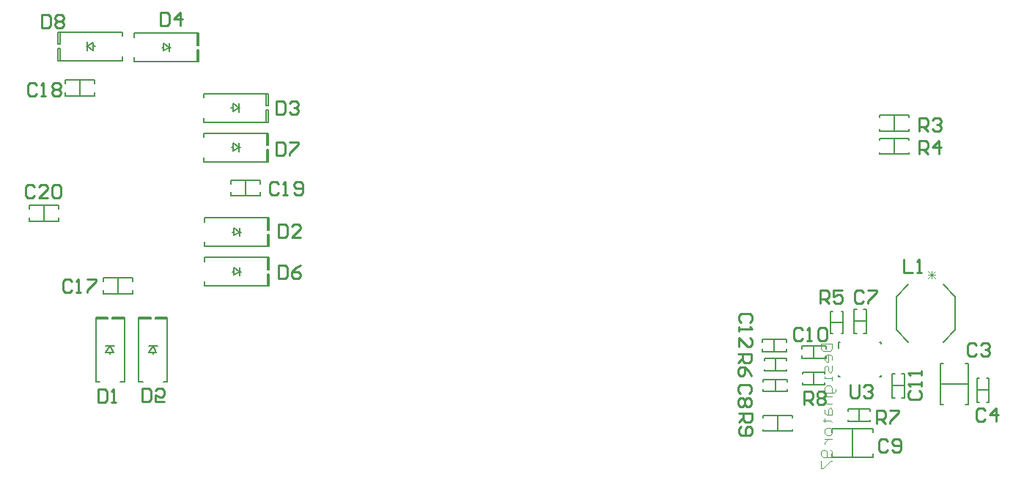
<source format=gbo>
G04*
G04 #@! TF.GenerationSoftware,Altium Limited,Altium Designer,20.2.5 (213)*
G04*
G04 Layer_Color=32896*
%FSAX44Y44*%
%MOMM*%
G71*
G04*
G04 #@! TF.SameCoordinates,DEE1CB44-B07E-4D6A-B40A-D2815B2109DB*
G04*
G04*
G04 #@! TF.FilePolarity,Positive*
G04*
G01*
G75*
%ADD10C,0.1524*%
%ADD11C,0.2000*%
%ADD12C,0.1500*%
%ADD13C,0.0762*%
%ADD14C,0.2540*%
D10*
X01417840Y00464790D02*
X01431283Y00479473D01*
X01471937D02*
X01485380Y00464790D01*
Y00426750D02*
Y00464790D01*
X01471937Y00412066D02*
X01485380Y00426750D01*
X01417840D02*
X01431283Y00412066D01*
X01417840Y00426750D02*
Y00464790D01*
D11*
X01398308Y00412182D02*
X01400158D01*
Y00410332D02*
Y00412182D01*
X01398308Y00372680D02*
X01400158D01*
Y00374530D01*
X01350660Y00372680D02*
Y00374530D01*
Y00372680D02*
X01352510D01*
X01350660Y00412180D02*
X01352510D01*
X01350660Y00405330D02*
Y00412180D01*
X00537210Y00736600D02*
X00611540D01*
X00537210D02*
Y00741360D01*
X00611540Y00736600D02*
Y00750570D01*
X00537210Y00764860D02*
Y00769620D01*
X00609600Y00750570D02*
X00611540D01*
X00609600Y00736600D02*
Y00750570D01*
Y00755650D02*
Y00769620D01*
Y00755650D02*
X00611540D01*
X00537210Y00769620D02*
X00611540D01*
Y00755650D02*
Y00769620D01*
X00578040Y00748110D02*
Y00758110D01*
X00571040Y00749110D02*
X00578040Y00753110D01*
X00571040Y00758110D02*
X00578040Y00753110D01*
X00571040Y00749110D02*
Y00758110D01*
X00578040Y00753110D02*
X00579040D01*
X00569040D02*
X00571040D01*
X00489730Y00754380D02*
X00491730D01*
X00481730D02*
X00482730D01*
X00489730Y00749380D02*
Y00758380D01*
X00482730Y00754380D02*
X00489730Y00749380D01*
X00482730Y00754380D02*
X00489730Y00758380D01*
X00482730Y00749380D02*
Y00759380D01*
X00449230Y00737870D02*
Y00751840D01*
Y00737870D02*
X00523560D01*
X00449230Y00751840D02*
X00451170D01*
Y00737870D02*
Y00751840D01*
Y00756920D02*
Y00770890D01*
X00449230Y00756920D02*
X00451170D01*
X00523560Y00737870D02*
Y00742630D01*
X00449230Y00756920D02*
Y00770890D01*
X00523560Y00766130D02*
Y00770890D01*
X00449230D02*
X00523560D01*
X00649370Y00637540D02*
X00651370D01*
X00658370D02*
X00659370D01*
X00651370Y00633540D02*
Y00642540D01*
X00658370Y00637540D01*
X00651370Y00633540D02*
X00658370Y00637540D01*
Y00632540D02*
Y00642540D01*
X00691870Y00640080D02*
Y00654050D01*
X00617540D02*
X00691870D01*
X00689930Y00640080D02*
X00691870D01*
X00689930D02*
Y00654050D01*
Y00621030D02*
Y00635000D01*
X00691870D01*
X00617540Y00649290D02*
Y00654050D01*
X00691870Y00621030D02*
Y00635000D01*
X00617540Y00621030D02*
Y00625790D01*
Y00621030D02*
X00691870D01*
X00650320Y00494030D02*
X00652320D01*
X00659320D02*
X00660320D01*
X00652320Y00490030D02*
Y00499030D01*
X00659320Y00494030D01*
X00652320Y00490030D02*
X00659320Y00494030D01*
Y00489030D02*
Y00499030D01*
X00692820Y00496570D02*
Y00510540D01*
X00618490D02*
X00692820D01*
X00690880Y00496570D02*
X00692820D01*
X00690880D02*
Y00510540D01*
Y00477520D02*
Y00491490D01*
X00692820D01*
X00618490Y00505780D02*
Y00510540D01*
X00692820Y00477520D02*
Y00491490D01*
X00618490Y00477520D02*
Y00482280D01*
Y00477520D02*
X00692820D01*
X00558800Y00398860D02*
Y00400860D01*
Y00407860D02*
Y00408860D01*
X00553800Y00400860D02*
X00562800D01*
X00553800D02*
X00558800Y00407860D01*
X00562800Y00400860D01*
X00553800Y00407860D02*
X00563800D01*
X00542290Y00441360D02*
X00556260D01*
X00542290Y00367030D02*
Y00441360D01*
X00556260Y00439420D02*
Y00441360D01*
X00542290Y00439420D02*
X00556260D01*
X00561340D02*
X00575310D01*
X00561340D02*
Y00441360D01*
X00542290Y00367030D02*
X00547050D01*
X00561340Y00441360D02*
X00575310D01*
X00570550Y00367030D02*
X00575310D01*
Y00441360D01*
X00649050Y00683260D02*
X00651050D01*
X00658050D02*
X00659050D01*
X00651050Y00679260D02*
Y00688260D01*
X00658050Y00683260D01*
X00651050Y00679260D02*
X00658050Y00683260D01*
Y00678260D02*
Y00688260D01*
X00691550Y00685800D02*
Y00699770D01*
X00617220D02*
X00691550D01*
X00689610Y00685800D02*
X00691550D01*
X00689610D02*
Y00699770D01*
Y00666750D02*
Y00680720D01*
X00691550D01*
X00617220Y00695010D02*
Y00699770D01*
X00691550Y00666750D02*
Y00680720D01*
X00617220Y00666750D02*
Y00671510D01*
Y00666750D02*
X00691550D01*
X00650320Y00539750D02*
X00652320D01*
X00659320D02*
X00660320D01*
X00652320Y00535750D02*
Y00544750D01*
X00659320Y00539750D01*
X00652320Y00535750D02*
X00659320Y00539750D01*
Y00534750D02*
Y00544750D01*
X00692820Y00542290D02*
Y00556260D01*
X00618490D02*
X00692820D01*
X00690880Y00542290D02*
X00692820D01*
X00690880D02*
Y00556260D01*
Y00523240D02*
Y00537210D01*
X00692820D01*
X00618490Y00551500D02*
Y00556260D01*
X00692820Y00523240D02*
Y00537210D01*
X00618490Y00523240D02*
Y00528000D01*
Y00523240D02*
X00692820D01*
X00509270Y00398860D02*
Y00400860D01*
Y00407860D02*
Y00408860D01*
X00504270Y00400860D02*
X00513270D01*
X00504270D02*
X00509270Y00407860D01*
X00513270Y00400860D01*
X00504270Y00407860D02*
X00514270D01*
X00492760Y00441360D02*
X00506730D01*
X00492760Y00367030D02*
Y00441360D01*
X00506730Y00439420D02*
Y00441360D01*
X00492760Y00439420D02*
X00506730D01*
X00511810D02*
X00525780D01*
X00511810D02*
Y00441360D01*
X00492760Y00367030D02*
X00497520D01*
X00511810Y00441360D02*
X00525780D01*
X00521020Y00367030D02*
X00525780D01*
Y00441360D01*
D12*
X01341740Y00435454D02*
X01355740D01*
X01353820Y00422754D02*
X01355740D01*
Y00448154D01*
X01353820D02*
X01355740D01*
X01341740D02*
X01343660D01*
X01341740Y00422754D02*
Y00448154D01*
Y00422754D02*
X01343660D01*
X01264920Y00391650D02*
Y00393570D01*
X01290320D01*
Y00391650D02*
Y00393570D01*
Y00379570D02*
Y00381490D01*
X01264920Y00379570D02*
X01290320D01*
X01264920D02*
Y00381490D01*
X01277620Y00379570D02*
Y00393570D01*
X01276350Y00401784D02*
Y00415784D01*
X01290350Y00412784D02*
Y00415784D01*
X01262350D02*
X01290350D01*
X01262350Y00412784D02*
Y00415784D01*
Y00401784D02*
Y00404784D01*
Y00401784D02*
X01290350D01*
Y00404784D01*
X01309370Y00375764D02*
Y00377684D01*
X01334770D01*
Y00375764D02*
Y00377684D01*
Y00363684D02*
Y00365604D01*
X01309370Y00363684D02*
X01334770D01*
X01309370D02*
Y00365604D01*
X01322070Y00363684D02*
Y00377684D01*
X01361440Y00333230D02*
Y00335150D01*
X01386840D01*
Y00333230D02*
Y00335150D01*
Y00321150D02*
Y00323070D01*
X01361440Y00321150D02*
X01386840D01*
X01361440D02*
Y00323070D01*
X01374140Y00321150D02*
Y00335150D01*
X01280300Y00309614D02*
Y00327614D01*
X01263300Y00309614D02*
Y00311614D01*
Y00309614D02*
X01297300D01*
Y00311614D01*
X01263300Y00325614D02*
Y00327614D01*
X01297300D01*
Y00325614D02*
Y00327614D01*
X01277620Y00355440D02*
Y00369440D01*
X01263620Y00355440D02*
Y00358440D01*
Y00355440D02*
X01291620D01*
Y00358440D01*
Y00366440D02*
Y00369440D01*
X01263620D02*
X01291620D01*
X01263620Y00366440D02*
Y00369440D01*
X01322070Y00394164D02*
Y00408164D01*
X01308070Y00394164D02*
Y00397164D01*
Y00394164D02*
X01336070D01*
Y00397164D01*
Y00405164D02*
Y00408164D01*
X01308070D02*
X01336070D01*
X01308070Y00405164D02*
Y00408164D01*
X01366520Y00279660D02*
Y00312160D01*
X01342770Y00308410D02*
Y00312160D01*
X01390270D01*
Y00308410D02*
Y00312160D01*
Y00279660D02*
Y00283410D01*
X01342770Y00279660D02*
X01390270D01*
X01342770D02*
Y00283410D01*
X01368410Y00436724D02*
X01382410D01*
X01368410Y00450724D02*
X01371410D01*
X01368410Y00422724D02*
Y00450724D01*
Y00422724D02*
X01371410D01*
X01379410D02*
X01382410D01*
Y00450724D01*
X01379410D02*
X01382410D01*
X01412860Y00362350D02*
X01426860D01*
X01423860Y00348350D02*
X01426860D01*
Y00376350D01*
X01423860D02*
X01426860D01*
X01412860D02*
X01415860D01*
X01412860Y00348350D02*
Y00376350D01*
Y00348350D02*
X01415860D01*
X01510253Y00357270D02*
X01524253D01*
X01510253Y00371270D02*
X01513253D01*
X01510253Y00343270D02*
Y00371270D01*
Y00343270D02*
X01513253D01*
X01521253D02*
X01524253D01*
Y00371270D01*
X01521253D02*
X01524253D01*
X01468380Y00364460D02*
X01500880D01*
X01497130Y00388210D02*
X01500880D01*
Y00340710D02*
Y00388210D01*
X01497130Y00340710D02*
X01500880D01*
X01468380D02*
X01472130D01*
X01468380D02*
Y00388210D01*
X01472130D01*
X01397780Y00656480D02*
Y00658480D01*
Y00656480D02*
X01431780D01*
Y00658480D01*
X01397780Y00672480D02*
Y00674480D01*
X01431780D01*
Y00672480D02*
Y00674480D01*
X01414780Y00656480D02*
Y00674480D01*
X01397780Y00629810D02*
Y00631810D01*
Y00629810D02*
X01431780D01*
Y00631810D01*
X01397780Y00645810D02*
Y00647810D01*
X01431780D01*
Y00645810D02*
Y00647810D01*
X01414780Y00629810D02*
Y00647810D01*
X00433070Y00552340D02*
Y00570340D01*
X00416070Y00566340D02*
Y00570340D01*
X00450070D01*
Y00566340D02*
Y00570340D01*
Y00552340D02*
Y00556340D01*
X00416070Y00552340D02*
X00450070D01*
X00416070D02*
Y00556340D01*
X00665860Y00581550D02*
Y00599550D01*
X00682860Y00581550D02*
Y00585550D01*
X00648860Y00581550D02*
X00682860D01*
X00648860D02*
Y00585550D01*
Y00595550D02*
Y00599550D01*
X00682860D01*
Y00595550D02*
Y00599550D01*
X00474600Y00697120D02*
Y00715120D01*
X00491600Y00697120D02*
Y00701120D01*
X00457600Y00697120D02*
X00491600D01*
X00457600D02*
Y00701120D01*
Y00711120D02*
Y00715120D01*
X00491600D01*
Y00711120D02*
Y00715120D01*
X00518160Y00468520D02*
Y00486520D01*
X00501160Y00482520D02*
Y00486520D01*
X00535160D01*
Y00482520D02*
Y00486520D01*
Y00468520D02*
Y00472520D01*
X00501160Y00468520D02*
X00535160D01*
X00501160D02*
Y00472520D01*
D13*
X01330709Y00410719D02*
X01343405D01*
Y00404371D01*
X01341289Y00402255D01*
X01332825D01*
X01330709Y00404371D01*
Y00410719D01*
X01343405Y00391675D02*
Y00395907D01*
X01341289Y00398023D01*
X01337057D01*
X01334941Y00395907D01*
Y00391675D01*
X01337057Y00389559D01*
X01339173D01*
Y00398023D01*
X01343405Y00385327D02*
Y00378979D01*
X01341289Y00376863D01*
X01339173Y00378979D01*
Y00383211D01*
X01337057Y00385327D01*
X01334941Y00383211D01*
Y00376863D01*
X01343405Y00372631D02*
Y00368399D01*
Y00370515D01*
X01334941D01*
Y00372631D01*
X01347637Y00357819D02*
Y00355703D01*
X01345521Y00353587D01*
X01334941D01*
Y00359935D01*
X01337057Y00362051D01*
X01341289D01*
X01343405Y00359935D01*
Y00353587D01*
Y00349355D02*
X01334941D01*
Y00343007D01*
X01337057Y00340891D01*
X01343405D01*
X01334941Y00334543D02*
Y00330312D01*
X01337057Y00328195D01*
X01343405D01*
Y00334543D01*
X01341289Y00336660D01*
X01339173Y00334543D01*
Y00328195D01*
X01332825Y00321848D02*
X01334941D01*
Y00323964D01*
Y00319732D01*
Y00321848D01*
X01341289D01*
X01343405Y00319732D01*
Y00311268D02*
Y00307036D01*
X01341289Y00304920D01*
X01337057D01*
X01334941Y00307036D01*
Y00311268D01*
X01337057Y00313384D01*
X01341289D01*
X01343405Y00311268D01*
X01334941Y00300688D02*
X01343405D01*
X01339173D01*
X01337057Y00298572D01*
X01334941Y00296456D01*
Y00294340D01*
X01341289Y00287992D02*
X01343405Y00285876D01*
Y00281644D01*
X01341289Y00279528D01*
X01332825D01*
X01330709Y00281644D01*
Y00285876D01*
X01332825Y00287992D01*
X01334941D01*
X01337057Y00285876D01*
Y00279528D01*
X01330709Y00275296D02*
Y00266832D01*
X01332825D01*
X01341289Y00275296D01*
X01343405D01*
X01453730Y00494605D02*
X01462194Y00486141D01*
Y00494605D02*
X01453730Y00486141D01*
X01457962Y00494605D02*
Y00486141D01*
X01462194Y00490373D02*
X01453730D01*
D14*
X01363984Y00363218D02*
Y00350522D01*
X01366523Y00347982D01*
X01371602D01*
X01374141Y00350522D01*
Y00363218D01*
X01379219Y00360678D02*
X01381758Y00363218D01*
X01386837D01*
X01389376Y00360678D01*
Y00358139D01*
X01386837Y00355600D01*
X01384297D01*
X01386837D01*
X01389376Y00353061D01*
Y00350522D01*
X01386837Y00347982D01*
X01381758D01*
X01379219Y00350522D01*
X00430534Y00775972D02*
Y00791208D01*
X00438152D01*
X00440691Y00788668D01*
Y00778512D01*
X00438152Y00775972D01*
X00430534D01*
X00445769Y00778512D02*
X00448308Y00775972D01*
X00453387D01*
X00455926Y00778512D01*
Y00781051D01*
X00453387Y00783590D01*
X00455926Y00786129D01*
Y00788668D01*
X00453387Y00791208D01*
X00448308D01*
X00445769Y00788668D01*
Y00786129D01*
X00448308Y00783590D01*
X00445769Y00781051D01*
Y00778512D01*
X00448308Y00783590D02*
X00453387D01*
X00701044Y00643887D02*
Y00628652D01*
X00708662D01*
X00711201Y00631192D01*
Y00641348D01*
X00708662Y00643887D01*
X00701044D01*
X00716279D02*
X00726436D01*
Y00641348D01*
X00716279Y00631192D01*
Y00628652D01*
X00703584Y00501647D02*
Y00486413D01*
X00711202D01*
X00713741Y00488952D01*
Y00499108D01*
X00711202Y00501647D01*
X00703584D01*
X00728976D02*
X00723897Y00499108D01*
X00718819Y00494030D01*
Y00488952D01*
X00721358Y00486413D01*
X00726437D01*
X00728976Y00488952D01*
Y00491491D01*
X00726437Y00494030D01*
X00718819D01*
X00546104Y00344172D02*
Y00359408D01*
X00553722D01*
X00556261Y00356868D01*
Y00346712D01*
X00553722Y00344172D01*
X00546104D01*
X00571496D02*
X00561339D01*
Y00351790D01*
X00566418Y00349251D01*
X00568957D01*
X00571496Y00351790D01*
Y00356868D01*
X00568957Y00359408D01*
X00563878D01*
X00561339Y00356868D01*
X00567694Y00793747D02*
Y00778512D01*
X00575312D01*
X00577851Y00781052D01*
Y00791208D01*
X00575312Y00793747D01*
X00567694D01*
X00590547Y00778512D02*
Y00793747D01*
X00582929Y00786130D01*
X00593086D01*
X00701044Y00675642D02*
Y00690878D01*
X00708662D01*
X00711201Y00688338D01*
Y00678182D01*
X00708662Y00675642D01*
X00701044D01*
X00716279Y00678182D02*
X00718818Y00675642D01*
X00723897D01*
X00726436Y00678182D01*
Y00680721D01*
X00723897Y00683260D01*
X00721357D01*
X00723897D01*
X00726436Y00685799D01*
Y00688338D01*
X00723897Y00690878D01*
X00718818D01*
X00716279Y00688338D01*
X00703584Y00548638D02*
Y00533402D01*
X00711202D01*
X00713741Y00535942D01*
Y00546098D01*
X00711202Y00548638D01*
X00703584D01*
X00728976Y00533402D02*
X00718819D01*
X00728976Y00543559D01*
Y00546098D01*
X00726437Y00548638D01*
X00721358D01*
X00718819Y00546098D01*
X00495303Y00358138D02*
Y00342902D01*
X00502921D01*
X00505460Y00345442D01*
Y00355598D01*
X00502921Y00358138D01*
X00495303D01*
X00510538Y00342902D02*
X00515617D01*
X00513078D01*
Y00358138D01*
X00510538Y00355598D01*
X01235713Y00330196D02*
X01250948D01*
Y00322578D01*
X01248408Y00320039D01*
X01243330D01*
X01240791Y00322578D01*
Y00330196D01*
Y00325117D02*
X01235713Y00320039D01*
X01238252Y00314961D02*
X01235713Y00312422D01*
Y00307343D01*
X01238252Y00304804D01*
X01248408D01*
X01250948Y00307343D01*
Y00312422D01*
X01248408Y00314961D01*
X01245869D01*
X01243330Y00312422D01*
Y00304804D01*
X01310424Y00340061D02*
Y00355296D01*
X01318042D01*
X01320581Y00352757D01*
Y00347678D01*
X01318042Y00345139D01*
X01310424D01*
X01315502D02*
X01320581Y00340061D01*
X01325659Y00352757D02*
X01328198Y00355296D01*
X01333277D01*
X01335816Y00352757D01*
Y00350218D01*
X01333277Y00347678D01*
X01335816Y00345139D01*
Y00342600D01*
X01333277Y00340061D01*
X01328198D01*
X01325659Y00342600D01*
Y00345139D01*
X01328198Y00347678D01*
X01325659Y00350218D01*
Y00352757D01*
X01328198Y00347678D02*
X01333277D01*
X01394464Y00318773D02*
Y00334007D01*
X01402082D01*
X01404621Y00331468D01*
Y00326390D01*
X01402082Y00323851D01*
X01394464D01*
X01399543D02*
X01404621Y00318773D01*
X01409699Y00334007D02*
X01419856D01*
Y00331468D01*
X01409699Y00321312D01*
Y00318773D01*
X01234443Y00398776D02*
X01249678D01*
Y00391158D01*
X01247138Y00388619D01*
X01242060D01*
X01239521Y00391158D01*
Y00398776D01*
Y00393698D02*
X01234443Y00388619D01*
X01249678Y00373384D02*
X01247138Y00378462D01*
X01242060Y00383541D01*
X01236982D01*
X01234443Y00381002D01*
Y00375923D01*
X01236982Y00373384D01*
X01239521D01*
X01242060Y00375923D01*
Y00383541D01*
X01329694Y00457202D02*
Y00472438D01*
X01337312D01*
X01339851Y00469898D01*
Y00464820D01*
X01337312Y00462281D01*
X01329694D01*
X01334772D02*
X01339851Y00457202D01*
X01355086Y00472438D02*
X01344929D01*
Y00464820D01*
X01350007Y00467359D01*
X01352547D01*
X01355086Y00464820D01*
Y00459742D01*
X01352547Y00457202D01*
X01347468D01*
X01344929Y00459742D01*
X01444134Y00629922D02*
Y00645157D01*
X01451752D01*
X01454291Y00642618D01*
Y00637540D01*
X01451752Y00635001D01*
X01444134D01*
X01449212D02*
X01454291Y00629922D01*
X01466987D02*
Y00645157D01*
X01459369Y00637540D01*
X01469526D01*
X01443994Y00656592D02*
Y00671827D01*
X01451612D01*
X01454151Y00669288D01*
Y00664210D01*
X01451612Y00661671D01*
X01443994D01*
X01449073D02*
X01454151Y00656592D01*
X01459229Y00669288D02*
X01461768Y00671827D01*
X01466847D01*
X01469386Y00669288D01*
Y00666749D01*
X01466847Y00664210D01*
X01464308D01*
X01466847D01*
X01469386Y00661671D01*
Y00659132D01*
X01466847Y00656592D01*
X01461768D01*
X01459229Y00659132D01*
X01426213Y00507998D02*
Y00492762D01*
X01436370D01*
X01441448D02*
X01446527D01*
X01443988D01*
Y00507998D01*
X01441448Y00505458D01*
X00421643Y00591818D02*
X00419104Y00594357D01*
X00414026D01*
X00411487Y00591818D01*
Y00581662D01*
X00414026Y00579123D01*
X00419104D01*
X00421643Y00581662D01*
X00436878Y00579123D02*
X00426722D01*
X00436878Y00589279D01*
Y00591818D01*
X00434339Y00594357D01*
X00429261D01*
X00426722Y00591818D01*
X00441957D02*
X00444496Y00594357D01*
X00449574D01*
X00452113Y00591818D01*
Y00581662D01*
X00449574Y00579123D01*
X00444496D01*
X00441957Y00581662D01*
Y00591818D01*
X00703583Y00595628D02*
X00701044Y00598167D01*
X00695965D01*
X00693426Y00595628D01*
Y00585472D01*
X00695965Y00582933D01*
X00701044D01*
X00703583Y00585472D01*
X00708661Y00582933D02*
X00713740D01*
X00711200D01*
Y00598167D01*
X00708661Y00595628D01*
X00721357Y00585472D02*
X00723896Y00582933D01*
X00728975D01*
X00731514Y00585472D01*
Y00595628D01*
X00728975Y00598167D01*
X00723896D01*
X00721357Y00595628D01*
Y00593089D01*
X00723896Y00590550D01*
X00731514D01*
X00424183Y00709928D02*
X00421644Y00712467D01*
X00416565D01*
X00414026Y00709928D01*
Y00699772D01*
X00416565Y00697233D01*
X00421644D01*
X00424183Y00699772D01*
X00429261Y00697233D02*
X00434340D01*
X00431800D01*
Y00712467D01*
X00429261Y00709928D01*
X00441957D02*
X00444496Y00712467D01*
X00449575D01*
X00452114Y00709928D01*
Y00707389D01*
X00449575Y00704850D01*
X00452114Y00702311D01*
Y00699772D01*
X00449575Y00697233D01*
X00444496D01*
X00441957Y00699772D01*
Y00702311D01*
X00444496Y00704850D01*
X00441957Y00707389D01*
Y00709928D01*
X00444496Y00704850D02*
X00449575D01*
X00464823Y00482598D02*
X00462284Y00485137D01*
X00457205D01*
X00454666Y00482598D01*
Y00472442D01*
X00457205Y00469902D01*
X00462284D01*
X00464823Y00472442D01*
X00469901Y00469902D02*
X00474980D01*
X00472440D01*
Y00485137D01*
X00469901Y00482598D01*
X00482597Y00485137D02*
X00492754D01*
Y00482598D01*
X00482597Y00472442D01*
Y00469902D01*
X01248408Y00435607D02*
X01250948Y00438146D01*
Y00443225D01*
X01248408Y00445764D01*
X01238252D01*
X01235713Y00443225D01*
Y00438146D01*
X01238252Y00435607D01*
X01235713Y00430529D02*
Y00425450D01*
Y00427990D01*
X01250948D01*
X01248408Y00430529D01*
X01235713Y00407676D02*
Y00417833D01*
X01245869Y00407676D01*
X01248408D01*
X01250948Y00410215D01*
Y00415294D01*
X01248408Y00417833D01*
X01433832Y00356872D02*
X01431292Y00354333D01*
Y00349254D01*
X01433832Y00346715D01*
X01443988D01*
X01446528Y00349254D01*
Y00354333D01*
X01443988Y00356872D01*
X01446528Y00361950D02*
Y00367029D01*
Y00364490D01*
X01431292D01*
X01433832Y00361950D01*
X01446528Y00374646D02*
Y00379725D01*
Y00377186D01*
X01431292D01*
X01433832Y00374646D01*
X01309373Y00426718D02*
X01306834Y00429258D01*
X01301755D01*
X01299216Y00426718D01*
Y00416562D01*
X01301755Y00414022D01*
X01306834D01*
X01309373Y00416562D01*
X01314451Y00414022D02*
X01319530D01*
X01316990D01*
Y00429258D01*
X01314451Y00426718D01*
X01327147D02*
X01329686Y00429258D01*
X01334765D01*
X01337304Y00426718D01*
Y00416562D01*
X01334765Y00414022D01*
X01329686D01*
X01327147Y00416562D01*
Y00426718D01*
X01407161Y00298448D02*
X01404622Y00300987D01*
X01399543D01*
X01397004Y00298448D01*
Y00288292D01*
X01399543Y00285753D01*
X01404622D01*
X01407161Y00288292D01*
X01412239D02*
X01414778Y00285753D01*
X01419857D01*
X01422396Y00288292D01*
Y00298448D01*
X01419857Y00300987D01*
X01414778D01*
X01412239Y00298448D01*
Y00295909D01*
X01414778Y00293370D01*
X01422396D01*
X01236982Y00352903D02*
X01234442Y00355443D01*
Y00360521D01*
X01236982Y00363060D01*
X01247138D01*
X01249678Y00360521D01*
Y00355443D01*
X01247138Y00352903D01*
X01236982Y00347825D02*
X01234442Y00345286D01*
Y00340207D01*
X01236982Y00337668D01*
X01239521D01*
X01242060Y00340207D01*
X01244599Y00337668D01*
X01247138D01*
X01249678Y00340207D01*
Y00345286D01*
X01247138Y00347825D01*
X01244599D01*
X01242060Y00345286D01*
X01239521Y00347825D01*
X01236982D01*
X01242060Y00345286D02*
Y00340207D01*
X01379221Y00469898D02*
X01376682Y00472438D01*
X01371603D01*
X01369064Y00469898D01*
Y00459742D01*
X01371603Y00457202D01*
X01376682D01*
X01379221Y00459742D01*
X01384299Y00472438D02*
X01394456D01*
Y00469898D01*
X01384299Y00459742D01*
Y00457202D01*
X01520191Y00334008D02*
X01517652Y00336548D01*
X01512573D01*
X01510034Y00334008D01*
Y00323852D01*
X01512573Y00321312D01*
X01517652D01*
X01520191Y00323852D01*
X01532887Y00321312D02*
Y00336548D01*
X01525269Y00328930D01*
X01535426D01*
X01510031Y00408938D02*
X01507492Y00411478D01*
X01502413D01*
X01499874Y00408938D01*
Y00398782D01*
X01502413Y00396242D01*
X01507492D01*
X01510031Y00398782D01*
X01515109Y00408938D02*
X01517648Y00411478D01*
X01522727D01*
X01525266Y00408938D01*
Y00406399D01*
X01522727Y00403860D01*
X01520188D01*
X01522727D01*
X01525266Y00401321D01*
Y00398782D01*
X01522727Y00396242D01*
X01517648D01*
X01515109Y00398782D01*
M02*

</source>
